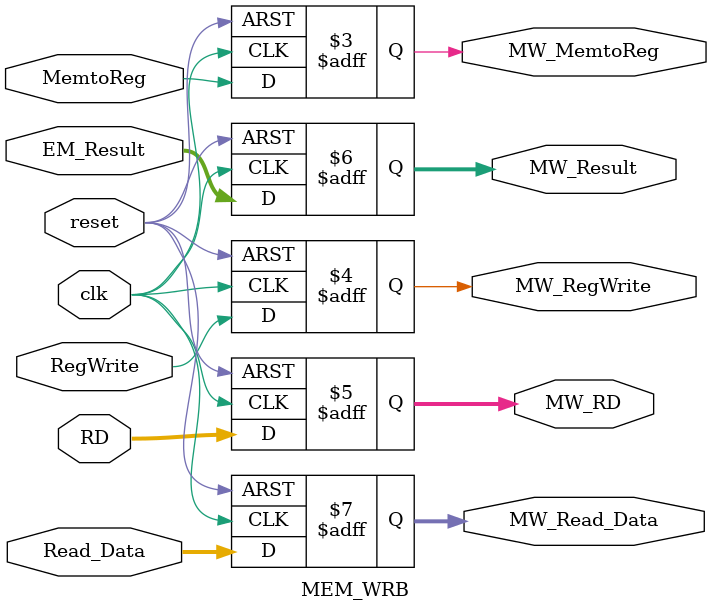
<source format=v>
`timescale 1ns / 1ps


module MEM_WRB(
    input clk, reset,
    input MemtoReg, RegWrite,
    input [4:0] RD,
    input [63:0] EM_Result, Read_Data,
    output reg MW_MemtoReg, MW_RegWrite,
    output reg [4:0] MW_RD, 
    output reg [63:0] MW_Result, MW_Read_Data
    );
always @(posedge clk or posedge reset) begin
    if (reset == 1'b1) begin
        MW_MemtoReg = 0; MW_RegWrite = 0; MW_RD = 0;
        MW_Result = 0; MW_Read_Data = 0;
    end
    else begin
        MW_MemtoReg = MemtoReg; MW_RegWrite = RegWrite; MW_RD = RD;
        MW_Result = EM_Result; MW_Read_Data = Read_Data;
    end 
end
endmodule

</source>
